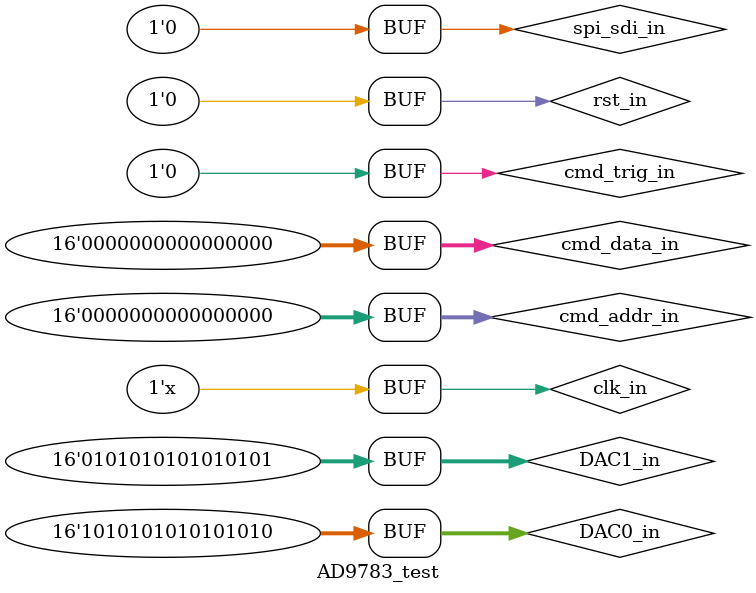
<source format=v>
`timescale 1ns / 1ps


module AD9783_test;

	// Inputs
	reg clk_in;
	reg rst_in;
	reg cmd_trig_in;
	reg [15:0] cmd_addr_in;
	reg [15:0] cmd_data_in;
	reg spi_sdi_in;
	reg [15:0] DAC0_in;
	reg [15:0] DAC1_in;

	// Outputs
	wire [15:0] cmd_data_out;
	wire rst_out;
	wire spi_scs_out;
	wire spi_sck_out;
	wire spi_sdo_out;
	wire CLK_out_p;
	wire CLK_out_n;
	wire DCI_out_p;
	wire DCI_out_n;
	wire [15:0] D_out_p;
	wire [15:0] D_out_n;

	// Instantiate the Unit Under Test (UUT)
	AD9783 uut (
		.clk_in(clk_in), 
		.rst_in(rst_in), 
		.cmd_trig_in(cmd_trig_in), 
		.cmd_addr_in(cmd_addr_in), 
		.cmd_data_in(cmd_data_in), 
		.cmd_data_out(cmd_data_out), 
		.rst_out(rst_out), 
		.spi_scs_out(spi_scs_out), 
		.spi_sck_out(spi_sck_out), 
		.spi_sdo_out(spi_sdo_out), 
		.spi_sdi_in(spi_sdi_in), 
		.DAC0_in(DAC0_in), 
		.DAC1_in(DAC1_in), 
		.CLK_out_p(CLK_out_p), 
		.CLK_out_n(CLK_out_n), 
		.DCI_out_p(DCI_out_p), 
		.DCI_out_n(DCI_out_n), 
		.D_out_p(D_out_p), 
		.D_out_n(D_out_n)
	);

	initial begin
		// Initialize Inputs
		clk_in = 0;
		rst_in = 0;
		cmd_trig_in = 0;
		cmd_addr_in = 0;
		cmd_data_in = 0;
		spi_sdi_in = 0;
		DAC0_in = 0;
		DAC1_in = 0;
        
		// Add stimulus here
		#16	DAC0_in = 16'b1010101010101010;
		#16 DAC1_in = 16'b0101010101010101;
	end
	always 
		#5 clk_in = ~clk_in;  // 100 MHz
      
endmodule


</source>
